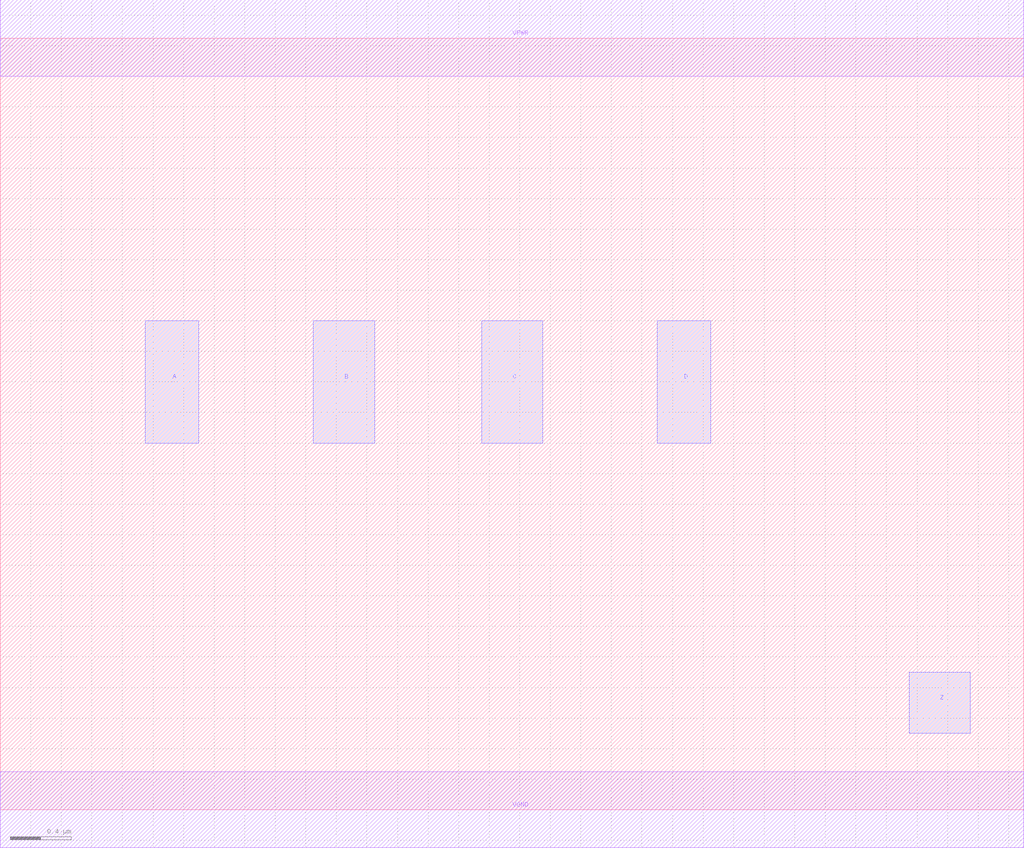
<source format=lef>
VERSION 5.7 ;
  NOWIREEXTENSIONATPIN ON ;
  DIVIDERCHAR "/" ;
  BUSBITCHARS "[]" ;
MACRO OR4
  CLASS CORE ;
  FOREIGN OR4 ;
  ORIGIN 0.000 0.000 ;
  SIZE 6.700 BY 5.050 ;
  SYMMETRY X Y R90 ;
  SITE unit ;
  PIN VPWR
    DIRECTION INOUT ;
    USE POWER ;
    SHAPE ABUTMENT ;
    PORT
      LAYER Metal1 ;
        RECT 0.000 4.800 6.700 5.300 ;
    END
  END VPWR
  PIN VGND
    DIRECTION INOUT ;
    USE GROUND ;
    SHAPE ABUTMENT ;
    PORT
      LAYER Metal1 ;
        RECT 0.000 -0.250 6.700 0.250 ;
    END
  END VGND
  PIN Z
    DIRECTION INOUT ;
    USE SIGNAL ;
    SHAPE ABUTMENT ;
    PORT
      LAYER Metal2 ;
        RECT 5.950 0.500 6.350 0.900 ;
    END
  END Z
  PIN D
    DIRECTION INOUT ;
    USE SIGNAL ;
    SHAPE ABUTMENT ;
    PORT
      LAYER Metal2 ;
        RECT 4.300 2.400 4.650 3.200 ;
    END
  END D
  PIN B
    DIRECTION INOUT ;
    USE SIGNAL ;
    SHAPE ABUTMENT ;
    PORT
      LAYER Metal2 ;
        RECT 2.050 2.400 2.450 3.200 ;
    END
  END B
  PIN C
    DIRECTION INOUT ;
    USE SIGNAL ;
    SHAPE ABUTMENT ;
    PORT
      LAYER Metal2 ;
        RECT 3.150 2.400 3.550 3.200 ;
    END
  END C
  PIN A
    DIRECTION INOUT ;
    USE SIGNAL ;
    SHAPE ABUTMENT ;
    PORT
      LAYER Metal2 ;
        RECT 0.950 2.400 1.300 3.200 ;
    END
  END A
END OR4
END LIBRARY


</source>
